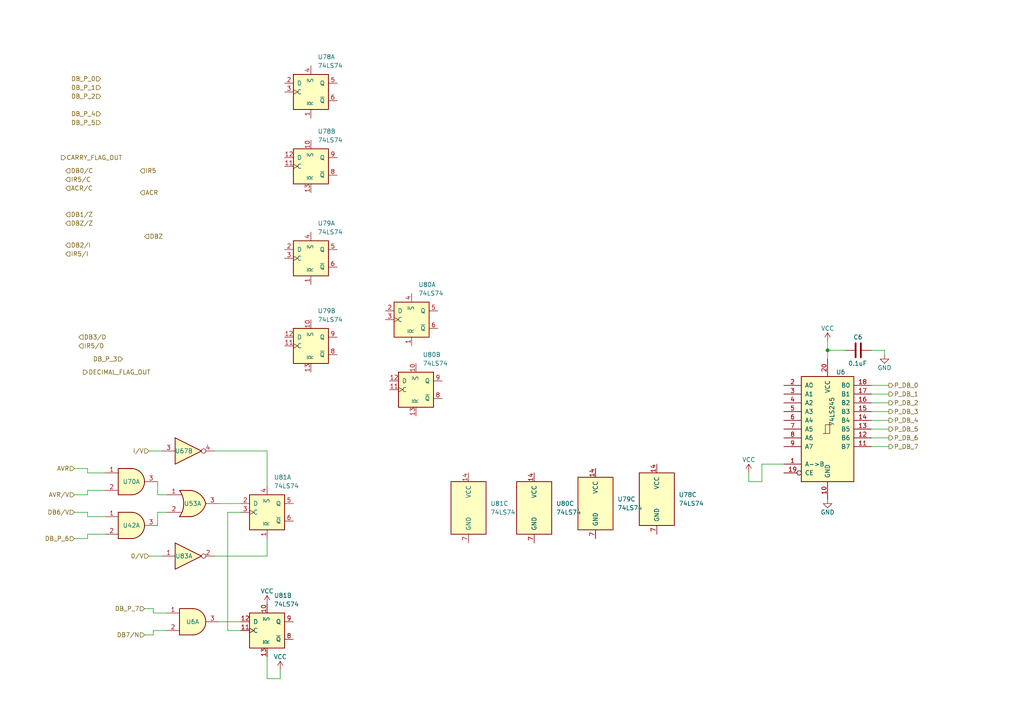
<source format=kicad_sch>
(kicad_sch (version 20230121) (generator eeschema)
  (paper "A4")
  (lib_symbols
    (symbol "74xx:74LS04"
      (property "Reference" "U" (at 0 1.27 0))
      (property "Value" "74LS04" (at 0 -1.27 0))
      (symbol "74LS04_1_0"
        (polyline (pts (xy -3.81 3.81) (xy -3.81 -3.81) (xy 3.81 0) (xy -3.81 3.81)) (stroke (width 0.254)) (fill (type background)))
        (pin input line (at -7.62 0 0) (length 3.81) (name "~") (number "1"))
        (pin output inverted (at 7.62 0 180) (length 3.81) (name "~") (number "2"))
      )
      (symbol "74LS04_2_0"
        (polyline (pts (xy -3.81 3.81) (xy -3.81 -3.81) (xy 3.81 0) (xy -3.81 3.81)) (stroke (width 0.254)) (fill (type background)))
        (pin input line (at -7.62 0 0) (length 3.81) (name "~") (number "3"))
        (pin output inverted (at 7.62 0 180) (length 3.81) (name "~") (number "4"))
      )
      (symbol "74LS04_3_0"
        (polyline (pts (xy -3.81 3.81) (xy -3.81 -3.81) (xy 3.81 0) (xy -3.81 3.81)) (stroke (width 0.254)) (fill (type background)))
        (pin input line (at -7.62 0 0) (length 3.81) (name "~") (number "5"))
        (pin output inverted (at 7.62 0 180) (length 3.81) (name "~") (number "6"))
      )
      (symbol "74LS04_4_0"
        (polyline (pts (xy -3.81 3.81) (xy -3.81 -3.81) (xy 3.81 0) (xy -3.81 3.81)) (stroke (width 0.254)) (fill (type background)))
        (pin output inverted (at 7.62 0 180) (length 3.81) (name "~") (number "8"))
        (pin input line (at -7.62 0 0) (length 3.81) (name "~") (number "9"))
      )
      (symbol "74LS04_5_0"
        (polyline (pts (xy -3.81 3.81) (xy -3.81 -3.81) (xy 3.81 0) (xy -3.81 3.81)) (stroke (width 0.254)) (fill (type background)))
        (pin output inverted (at 7.62 0 180) (length 3.81) (name "~") (number "10"))
        (pin input line (at -7.62 0 0) (length 3.81) (name "~") (number "11"))
      )
      (symbol "74LS04_6_0"
        (polyline (pts (xy -3.81 3.81) (xy -3.81 -3.81) (xy 3.81 0) (xy -3.81 3.81)) (stroke (width 0.254)) (fill (type background)))
        (pin output inverted (at 7.62 0 180) (length 3.81) (name "~") (number "12"))
        (pin input line (at -7.62 0 0) (length 3.81) (name "~") (number "13"))
      )
      (symbol "74LS04_7_0"
        (pin power_in line (at 0 12.7 270) (length 5.08) (name "VCC") (number "14"))
        (pin power_in line (at 0 -12.7 90) (length 5.08) (name "GND") (number "7"))
      )
      (symbol "74LS04_7_1"
        (rectangle (start -5.08 7.62) (end 5.08 -7.62) (stroke (width 0.254)) (fill (type background)))
      )
    )
    (symbol "74xx:74LS08" (pin_names (offset 1.016))
      (property "Reference" "U" (at 0 1.27 0))
      (property "Value" "74LS08" (at 0 -1.27 0))
      (symbol "74LS08_1_1"
        (arc (start 0 -3.81) (mid 3.7934 0) (end 0 3.81) (stroke (width 0.254)) (fill (type background)))
        (polyline (pts (xy 0 3.81) (xy -3.81 3.81) (xy -3.81 -3.81) (xy 0 -3.81)) (stroke (width 0.254)) (fill (type background)))
        (pin input line (at -7.62 2.54 0) (length 3.81) (name "~") (number "1"))
        (pin input line (at -7.62 -2.54 0) (length 3.81) (name "~") (number "2"))
        (pin output line (at 7.62 0 180) (length 3.81) (name "~") (number "3"))
      )
      (symbol "74LS08_1_2"
        (arc (start -3.81 -3.81) (mid -2.589 0) (end -3.81 3.81) (stroke (width 0.254)))
        (arc (start -0.6096 -3.81) (mid 2.1842 -2.5851) (end 3.81 0) (stroke (width 0.254)) (fill (type background)))
        (polyline (pts (xy -3.81 -3.81) (xy -0.635 -3.81)) (stroke (width 0.254)) (fill (type background)))
        (polyline (pts (xy -3.81 3.81) (xy -0.635 3.81)) (stroke (width 0.254)) (fill (type background)))
        (polyline (pts (xy -0.635 3.81) (xy -3.81 3.81) (xy -3.81 3.81) (xy -3.556 3.4036) (xy -3.0226 2.2606) (xy -2.6924 1.0414) (xy -2.6162 -0.254) (xy -2.7686 -1.4986) (xy -3.175 -2.7178) (xy -3.81 -3.81) (xy -3.81 -3.81) (xy -0.635 -3.81)) (stroke (width -25.4)) (fill (type background)))
        (arc (start 3.81 0) (mid 2.1915 2.5936) (end -0.6096 3.81) (stroke (width 0.254)) (fill (type background)))
        (pin input inverted (at -7.62 2.54 0) (length 4.318) (name "~") (number "1"))
        (pin input inverted (at -7.62 -2.54 0) (length 4.318) (name "~") (number "2"))
        (pin output inverted (at 7.62 0 180) (length 3.81) (name "~") (number "3"))
      )
      (symbol "74LS08_2_1"
        (arc (start 0 -3.81) (mid 3.7934 0) (end 0 3.81) (stroke (width 0.254)) (fill (type background)))
        (polyline (pts (xy 0 3.81) (xy -3.81 3.81) (xy -3.81 -3.81) (xy 0 -3.81)) (stroke (width 0.254)) (fill (type background)))
        (pin input line (at -7.62 2.54 0) (length 3.81) (name "~") (number "4"))
        (pin input line (at -7.62 -2.54 0) (length 3.81) (name "~") (number "5"))
        (pin output line (at 7.62 0 180) (length 3.81) (name "~") (number "6"))
      )
      (symbol "74LS08_2_2"
        (arc (start -3.81 -3.81) (mid -2.589 0) (end -3.81 3.81) (stroke (width 0.254)))
        (arc (start -0.6096 -3.81) (mid 2.1842 -2.5851) (end 3.81 0) (stroke (width 0.254)) (fill (type background)))
        (polyline (pts (xy -3.81 -3.81) (xy -0.635 -3.81)) (stroke (width 0.254)) (fill (type background)))
        (polyline (pts (xy -3.81 3.81) (xy -0.635 3.81)) (stroke (width 0.254)) (fill (type background)))
        (polyline (pts (xy -0.635 3.81) (xy -3.81 3.81) (xy -3.81 3.81) (xy -3.556 3.4036) (xy -3.0226 2.2606) (xy -2.6924 1.0414) (xy -2.6162 -0.254) (xy -2.7686 -1.4986) (xy -3.175 -2.7178) (xy -3.81 -3.81) (xy -3.81 -3.81) (xy -0.635 -3.81)) (stroke (width -25.4)) (fill (type background)))
        (arc (start 3.81 0) (mid 2.1915 2.5936) (end -0.6096 3.81) (stroke (width 0.254)) (fill (type background)))
        (pin input inverted (at -7.62 2.54 0) (length 4.318) (name "~") (number "4"))
        (pin input inverted (at -7.62 -2.54 0) (length 4.318) (name "~") (number "5"))
        (pin output inverted (at 7.62 0 180) (length 3.81) (name "~") (number "6"))
      )
      (symbol "74LS08_3_1"
        (arc (start 0 -3.81) (mid 3.7934 0) (end 0 3.81) (stroke (width 0.254)) (fill (type background)))
        (polyline (pts (xy 0 3.81) (xy -3.81 3.81) (xy -3.81 -3.81) (xy 0 -3.81)) (stroke (width 0.254)) (fill (type background)))
        (pin input line (at -7.62 -2.54 0) (length 3.81) (name "~") (number "10"))
        (pin output line (at 7.62 0 180) (length 3.81) (name "~") (number "8"))
        (pin input line (at -7.62 2.54 0) (length 3.81) (name "~") (number "9"))
      )
      (symbol "74LS08_3_2"
        (arc (start -3.81 -3.81) (mid -2.589 0) (end -3.81 3.81) (stroke (width 0.254)))
        (arc (start -0.6096 -3.81) (mid 2.1842 -2.5851) (end 3.81 0) (stroke (width 0.254)) (fill (type background)))
        (polyline (pts (xy -3.81 -3.81) (xy -0.635 -3.81)) (stroke (width 0.254)) (fill (type background)))
        (polyline (pts (xy -3.81 3.81) (xy -0.635 3.81)) (stroke (width 0.254)) (fill (type background)))
        (polyline (pts (xy -0.635 3.81) (xy -3.81 3.81) (xy -3.81 3.81) (xy -3.556 3.4036) (xy -3.0226 2.2606) (xy -2.6924 1.0414) (xy -2.6162 -0.254) (xy -2.7686 -1.4986) (xy -3.175 -2.7178) (xy -3.81 -3.81) (xy -3.81 -3.81) (xy -0.635 -3.81)) (stroke (width -25.4)) (fill (type background)))
        (arc (start 3.81 0) (mid 2.1915 2.5936) (end -0.6096 3.81) (stroke (width 0.254)) (fill (type background)))
        (pin input inverted (at -7.62 -2.54 0) (length 4.318) (name "~") (number "10"))
        (pin output inverted (at 7.62 0 180) (length 3.81) (name "~") (number "8"))
        (pin input inverted (at -7.62 2.54 0) (length 4.318) (name "~") (number "9"))
      )
      (symbol "74LS08_4_1"
        (arc (start 0 -3.81) (mid 3.7934 0) (end 0 3.81) (stroke (width 0.254)) (fill (type background)))
        (polyline (pts (xy 0 3.81) (xy -3.81 3.81) (xy -3.81 -3.81) (xy 0 -3.81)) (stroke (width 0.254)) (fill (type background)))
        (pin output line (at 7.62 0 180) (length 3.81) (name "~") (number "11"))
        (pin input line (at -7.62 2.54 0) (length 3.81) (name "~") (number "12"))
        (pin input line (at -7.62 -2.54 0) (length 3.81) (name "~") (number "13"))
      )
      (symbol "74LS08_4_2"
        (arc (start -3.81 -3.81) (mid -2.589 0) (end -3.81 3.81) (stroke (width 0.254)))
        (arc (start -0.6096 -3.81) (mid 2.1842 -2.5851) (end 3.81 0) (stroke (width 0.254)) (fill (type background)))
        (polyline (pts (xy -3.81 -3.81) (xy -0.635 -3.81)) (stroke (width 0.254)) (fill (type background)))
        (polyline (pts (xy -3.81 3.81) (xy -0.635 3.81)) (stroke (width 0.254)) (fill (type background)))
        (polyline (pts (xy -0.635 3.81) (xy -3.81 3.81) (xy -3.81 3.81) (xy -3.556 3.4036) (xy -3.0226 2.2606) (xy -2.6924 1.0414) (xy -2.6162 -0.254) (xy -2.7686 -1.4986) (xy -3.175 -2.7178) (xy -3.81 -3.81) (xy -3.81 -3.81) (xy -0.635 -3.81)) (stroke (width -25.4)) (fill (type background)))
        (arc (start 3.81 0) (mid 2.1915 2.5936) (end -0.6096 3.81) (stroke (width 0.254)) (fill (type background)))
        (pin output inverted (at 7.62 0 180) (length 3.81) (name "~") (number "11"))
        (pin input inverted (at -7.62 2.54 0) (length 4.318) (name "~") (number "12"))
        (pin input inverted (at -7.62 -2.54 0) (length 4.318) (name "~") (number "13"))
      )
      (symbol "74LS08_5_0"
        (pin power_in line (at 0 12.7 270) (length 5.08) (name "VCC") (number "14"))
        (pin power_in line (at 0 -12.7 90) (length 5.08) (name "GND") (number "7"))
      )
      (symbol "74LS08_5_1"
        (rectangle (start -5.08 7.62) (end 5.08 -7.62) (stroke (width 0.254)) (fill (type background)))
      )
    )
    (symbol "74xx:74LS245" (pin_names (offset 1.016))
      (property "Reference" "U" (at -7.62 16.51 0))
      (property "Value" "74LS245" (at -7.62 -16.51 0))
      (symbol "74LS245_1_0"
        (polyline (pts (xy -0.635 -1.27) (xy -0.635 1.27) (xy 0.635 1.27)))
        (polyline (pts (xy -1.27 -1.27) (xy 0.635 -1.27) (xy 0.635 1.27) (xy 1.27 1.27)))
        (pin input line (at -12.7 -10.16 0) (length 5.08) (name "A->B") (number "1"))
        (pin power_in line (at 0 -20.32 90) (length 5.08) (name "GND") (number "10"))
        (pin tri_state line (at 12.7 -5.08 180) (length 5.08) (name "B7") (number "11"))
        (pin tri_state line (at 12.7 -2.54 180) (length 5.08) (name "B6") (number "12"))
        (pin tri_state line (at 12.7 0 180) (length 5.08) (name "B5") (number "13"))
        (pin tri_state line (at 12.7 2.54 180) (length 5.08) (name "B4") (number "14"))
        (pin tri_state line (at 12.7 5.08 180) (length 5.08) (name "B3") (number "15"))
        (pin tri_state line (at 12.7 7.62 180) (length 5.08) (name "B2") (number "16"))
        (pin tri_state line (at 12.7 10.16 180) (length 5.08) (name "B1") (number "17"))
        (pin tri_state line (at 12.7 12.7 180) (length 5.08) (name "B0") (number "18"))
        (pin input inverted (at -12.7 -12.7 0) (length 5.08) (name "CE") (number "19"))
        (pin tri_state line (at -12.7 12.7 0) (length 5.08) (name "A0") (number "2"))
        (pin power_in line (at 0 20.32 270) (length 5.08) (name "VCC") (number "20"))
        (pin tri_state line (at -12.7 10.16 0) (length 5.08) (name "A1") (number "3"))
        (pin tri_state line (at -12.7 7.62 0) (length 5.08) (name "A2") (number "4"))
        (pin tri_state line (at -12.7 5.08 0) (length 5.08) (name "A3") (number "5"))
        (pin tri_state line (at -12.7 2.54 0) (length 5.08) (name "A4") (number "6"))
        (pin tri_state line (at -12.7 0 0) (length 5.08) (name "A5") (number "7"))
        (pin tri_state line (at -12.7 -2.54 0) (length 5.08) (name "A6") (number "8"))
        (pin tri_state line (at -12.7 -5.08 0) (length 5.08) (name "A7") (number "9"))
      )
      (symbol "74LS245_1_1"
        (rectangle (start -7.62 15.24) (end 7.62 -15.24) (stroke (width 0.254)) (fill (type background)))
      )
    )
    (symbol "74xx:74LS32" (pin_names (offset 1.016))
      (property "Reference" "U" (at 0 1.27 0))
      (property "Value" "74LS32" (at 0 -1.27 0))
      (symbol "74LS32_1_1"
        (arc (start -3.81 -3.81) (mid -2.589 0) (end -3.81 3.81) (stroke (width 0.254)))
        (arc (start -0.6096 -3.81) (mid 2.1842 -2.5851) (end 3.81 0) (stroke (width 0.254)) (fill (type background)))
        (polyline (pts (xy -3.81 -3.81) (xy -0.635 -3.81)) (stroke (width 0.254)) (fill (type background)))
        (polyline (pts (xy -3.81 3.81) (xy -0.635 3.81)) (stroke (width 0.254)) (fill (type background)))
        (polyline (pts (xy -0.635 3.81) (xy -3.81 3.81) (xy -3.81 3.81) (xy -3.556 3.4036) (xy -3.0226 2.2606) (xy -2.6924 1.0414) (xy -2.6162 -0.254) (xy -2.7686 -1.4986) (xy -3.175 -2.7178) (xy -3.81 -3.81) (xy -3.81 -3.81) (xy -0.635 -3.81)) (stroke (width -25.4)) (fill (type background)))
        (arc (start 3.81 0) (mid 2.1915 2.5936) (end -0.6096 3.81) (stroke (width 0.254)) (fill (type background)))
        (pin input line (at -7.62 2.54 0) (length 4.318) (name "~") (number "1"))
        (pin input line (at -7.62 -2.54 0) (length 4.318) (name "~") (number "2"))
        (pin output line (at 7.62 0 180) (length 3.81) (name "~") (number "3"))
      )
      (symbol "74LS32_1_2"
        (arc (start 0 -3.81) (mid 3.7934 0) (end 0 3.81) (stroke (width 0.254)) (fill (type background)))
        (polyline (pts (xy 0 3.81) (xy -3.81 3.81) (xy -3.81 -3.81) (xy 0 -3.81)) (stroke (width 0.254)) (fill (type background)))
        (pin input inverted (at -7.62 2.54 0) (length 3.81) (name "~") (number "1"))
        (pin input inverted (at -7.62 -2.54 0) (length 3.81) (name "~") (number "2"))
        (pin output inverted (at 7.62 0 180) (length 3.81) (name "~") (number "3"))
      )
      (symbol "74LS32_2_1"
        (arc (start -3.81 -3.81) (mid -2.589 0) (end -3.81 3.81) (stroke (width 0.254)))
        (arc (start -0.6096 -3.81) (mid 2.1842 -2.5851) (end 3.81 0) (stroke (width 0.254)) (fill (type background)))
        (polyline (pts (xy -3.81 -3.81) (xy -0.635 -3.81)) (stroke (width 0.254)) (fill (type background)))
        (polyline (pts (xy -3.81 3.81) (xy -0.635 3.81)) (stroke (width 0.254)) (fill (type background)))
        (polyline (pts (xy -0.635 3.81) (xy -3.81 3.81) (xy -3.81 3.81) (xy -3.556 3.4036) (xy -3.0226 2.2606) (xy -2.6924 1.0414) (xy -2.6162 -0.254) (xy -2.7686 -1.4986) (xy -3.175 -2.7178) (xy -3.81 -3.81) (xy -3.81 -3.81) (xy -0.635 -3.81)) (stroke (width -25.4)) (fill (type background)))
        (arc (start 3.81 0) (mid 2.1915 2.5936) (end -0.6096 3.81) (stroke (width 0.254)) (fill (type background)))
        (pin input line (at -7.62 2.54 0) (length 4.318) (name "~") (number "4"))
        (pin input line (at -7.62 -2.54 0) (length 4.318) (name "~") (number "5"))
        (pin output line (at 7.62 0 180) (length 3.81) (name "~") (number "6"))
      )
      (symbol "74LS32_2_2"
        (arc (start 0 -3.81) (mid 3.7934 0) (end 0 3.81) (stroke (width 0.254)) (fill (type background)))
        (polyline (pts (xy 0 3.81) (xy -3.81 3.81) (xy -3.81 -3.81) (xy 0 -3.81)) (stroke (width 0.254)) (fill (type background)))
        (pin input inverted (at -7.62 2.54 0) (length 3.81) (name "~") (number "4"))
        (pin input inverted (at -7.62 -2.54 0) (length 3.81) (name "~") (number "5"))
        (pin output inverted (at 7.62 0 180) (length 3.81) (name "~") (number "6"))
      )
      (symbol "74LS32_3_1"
        (arc (start -3.81 -3.81) (mid -2.589 0) (end -3.81 3.81) (stroke (width 0.254)))
        (arc (start -0.6096 -3.81) (mid 2.1842 -2.5851) (end 3.81 0) (stroke (width 0.254)) (fill (type background)))
        (polyline (pts (xy -3.81 -3.81) (xy -0.635 -3.81)) (stroke (width 0.254)) (fill (type background)))
        (polyline (pts (xy -3.81 3.81) (xy -0.635 3.81)) (stroke (width 0.254)) (fill (type background)))
        (polyline (pts (xy -0.635 3.81) (xy -3.81 3.81) (xy -3.81 3.81) (xy -3.556 3.4036) (xy -3.0226 2.2606) (xy -2.6924 1.0414) (xy -2.6162 -0.254) (xy -2.7686 -1.4986) (xy -3.175 -2.7178) (xy -3.81 -3.81) (xy -3.81 -3.81) (xy -0.635 -3.81)) (stroke (width -25.4)) (fill (type background)))
        (arc (start 3.81 0) (mid 2.1915 2.5936) (end -0.6096 3.81) (stroke (width 0.254)) (fill (type background)))
        (pin input line (at -7.62 -2.54 0) (length 4.318) (name "~") (number "10"))
        (pin output line (at 7.62 0 180) (length 3.81) (name "~") (number "8"))
        (pin input line (at -7.62 2.54 0) (length 4.318) (name "~") (number "9"))
      )
      (symbol "74LS32_3_2"
        (arc (start 0 -3.81) (mid 3.7934 0) (end 0 3.81) (stroke (width 0.254)) (fill (type background)))
        (polyline (pts (xy 0 3.81) (xy -3.81 3.81) (xy -3.81 -3.81) (xy 0 -3.81)) (stroke (width 0.254)) (fill (type background)))
        (pin input inverted (at -7.62 -2.54 0) (length 3.81) (name "~") (number "10"))
        (pin output inverted (at 7.62 0 180) (length 3.81) (name "~") (number "8"))
        (pin input inverted (at -7.62 2.54 0) (length 3.81) (name "~") (number "9"))
      )
      (symbol "74LS32_4_1"
        (arc (start -3.81 -3.81) (mid -2.589 0) (end -3.81 3.81) (stroke (width 0.254)))
        (arc (start -0.6096 -3.81) (mid 2.1842 -2.5851) (end 3.81 0) (stroke (width 0.254)) (fill (type background)))
        (polyline (pts (xy -3.81 -3.81) (xy -0.635 -3.81)) (stroke (width 0.254)) (fill (type background)))
        (polyline (pts (xy -3.81 3.81) (xy -0.635 3.81)) (stroke (width 0.254)) (fill (type background)))
        (polyline (pts (xy -0.635 3.81) (xy -3.81 3.81) (xy -3.81 3.81) (xy -3.556 3.4036) (xy -3.0226 2.2606) (xy -2.6924 1.0414) (xy -2.6162 -0.254) (xy -2.7686 -1.4986) (xy -3.175 -2.7178) (xy -3.81 -3.81) (xy -3.81 -3.81) (xy -0.635 -3.81)) (stroke (width -25.4)) (fill (type background)))
        (arc (start 3.81 0) (mid 2.1915 2.5936) (end -0.6096 3.81) (stroke (width 0.254)) (fill (type background)))
        (pin output line (at 7.62 0 180) (length 3.81) (name "~") (number "11"))
        (pin input line (at -7.62 2.54 0) (length 4.318) (name "~") (number "12"))
        (pin input line (at -7.62 -2.54 0) (length 4.318) (name "~") (number "13"))
      )
      (symbol "74LS32_4_2"
        (arc (start 0 -3.81) (mid 3.7934 0) (end 0 3.81) (stroke (width 0.254)) (fill (type background)))
        (polyline (pts (xy 0 3.81) (xy -3.81 3.81) (xy -3.81 -3.81) (xy 0 -3.81)) (stroke (width 0.254)) (fill (type background)))
        (pin output inverted (at 7.62 0 180) (length 3.81) (name "~") (number "11"))
        (pin input inverted (at -7.62 2.54 0) (length 3.81) (name "~") (number "12"))
        (pin input inverted (at -7.62 -2.54 0) (length 3.81) (name "~") (number "13"))
      )
      (symbol "74LS32_5_0"
        (pin power_in line (at 0 12.7 270) (length 5.08) (name "VCC") (number "14"))
        (pin power_in line (at 0 -12.7 90) (length 5.08) (name "GND") (number "7"))
      )
      (symbol "74LS32_5_1"
        (rectangle (start -5.08 7.62) (end 5.08 -7.62) (stroke (width 0.254)) (fill (type background)))
      )
    )
    (symbol "74xx:74LS74" (pin_names (offset 1.016))
      (property "Reference" "U" (at -7.62 8.89 0))
      (property "Value" "74LS74" (at -7.62 -8.89 0))
      (symbol "74LS74_1_0"
        (pin input line (at 0 -7.62 90) (length 2.54) (name "~{R}") (number "1"))
        (pin input line (at -7.62 2.54 0) (length 2.54) (name "D") (number "2"))
        (pin input clock (at -7.62 0 0) (length 2.54) (name "C") (number "3"))
        (pin input line (at 0 7.62 270) (length 2.54) (name "~{S}") (number "4"))
        (pin output line (at 7.62 2.54 180) (length 2.54) (name "Q") (number "5"))
        (pin output line (at 7.62 -2.54 180) (length 2.54) (name "~{Q}") (number "6"))
      )
      (symbol "74LS74_1_1"
        (rectangle (start -5.08 5.08) (end 5.08 -5.08) (stroke (width 0.254)) (fill (type background)))
      )
      (symbol "74LS74_2_0"
        (pin input line (at 0 7.62 270) (length 2.54) (name "~{S}") (number "10"))
        (pin input clock (at -7.62 0 0) (length 2.54) (name "C") (number "11"))
        (pin input line (at -7.62 2.54 0) (length 2.54) (name "D") (number "12"))
        (pin input line (at 0 -7.62 90) (length 2.54) (name "~{R}") (number "13"))
        (pin output line (at 7.62 -2.54 180) (length 2.54) (name "~{Q}") (number "8"))
        (pin output line (at 7.62 2.54 180) (length 2.54) (name "Q") (number "9"))
      )
      (symbol "74LS74_2_1"
        (rectangle (start -5.08 5.08) (end 5.08 -5.08) (stroke (width 0.254)) (fill (type background)))
      )
      (symbol "74LS74_3_0"
        (pin power_in line (at 0 10.16 270) (length 2.54) (name "VCC") (number "14"))
        (pin power_in line (at 0 -10.16 90) (length 2.54) (name "GND") (number "7"))
      )
      (symbol "74LS74_3_1"
        (rectangle (start -5.08 7.62) (end 5.08 -7.62) (stroke (width 0.254)) (fill (type background)))
      )
    )
    (symbol "Device:C" (pin_numbers hide) (pin_names (offset 0.254))
      (property "Reference" "C" (at 0.635 2.54 0))
      (property "Value" "C" (at 0.635 -2.54 0))
      (symbol "C_0_1"
        (polyline (pts (xy -2.032 -0.762) (xy 2.032 -0.762)) (stroke (width 0.508)))
        (polyline (pts (xy -2.032 0.762) (xy 2.032 0.762)) (stroke (width 0.508)))
      )
      (symbol "C_1_1"
        (pin passive line (at 0 3.81 270) (length 2.794) (name "~") (number "1"))
        (pin passive line (at 0 -3.81 90) (length 2.794) (name "~") (number "2"))
      )
    )
    (symbol "power:GND" (power) (pin_names (offset 0))
      (property "Value" "GND" (at 0 -3.81 0))
      (symbol "GND_0_1"
        (polyline (pts (xy 0 0) (xy 0 -1.27) (xy 1.27 -1.27) (xy 0 -2.54) (xy -1.27 -1.27) (xy 0 -1.27)))
      )
      (symbol "GND_1_1"
        (pin power_in line (at 0 0 270) (length 0) hide (name "GND") (number "1"))
      )
    )
    (symbol "power:VCC" (power) (pin_names (offset 0))
      (property "Value" "VCC" (at 0 3.81 0))
      (symbol "VCC_0_1"
        (polyline (pts (xy -0.762 1.27) (xy 0 2.54)))
        (polyline (pts (xy 0 0) (xy 0 2.54)))
        (polyline (pts (xy 0 2.54) (xy 0.762 1.27)))
      )
      (symbol "VCC_1_1"
        (pin power_in line (at 0 0 90) (length 0) hide (name "VCC") (number "1"))
      )
    )
  )
  (junction (at 240.03 101.6))
  (wire (pts (xy 44.45 182.88) (xy 44.45 184.15)))
  (wire (pts (xy 45.72 152.4) (xy 45.72 148.59)))
  (wire (pts (xy 21.59 156.21) (xy 25.4 156.21)))
  (wire (pts (xy 25.4 149.86) (xy 25.4 148.59)))
  (wire (pts (xy 252.73 124.46) (xy 257.81 124.46)))
  (wire (pts (xy 217.17 137.16) (xy 217.17 139.7)))
  (wire (pts (xy 30.48 149.86) (xy 25.4 149.86)))
  (wire (pts (xy 25.4 148.59) (xy 21.59 148.59)))
  (wire (pts (xy 66.04 182.88) (xy 66.04 148.59)))
  (wire (pts (xy 25.4 135.89) (xy 25.4 137.16)))
  (wire (pts (xy 25.4 154.94) (xy 30.48 154.94)))
  (wire (pts (xy 252.73 119.38) (xy 257.81 119.38)))
  (wire (pts (xy 240.03 101.6) (xy 240.03 104.14)))
  (wire (pts (xy 21.59 143.51) (xy 25.4 143.51)))
  (wire (pts (xy 252.73 127) (xy 257.81 127)))
  (wire (pts (xy 45.72 148.59) (xy 48.26 148.59)))
  (wire (pts (xy 252.73 121.92) (xy 257.81 121.92)))
  (wire (pts (xy 240.03 99.06) (xy 240.03 101.6)))
  (wire (pts (xy 44.45 177.8) (xy 44.45 176.53)))
  (wire (pts (xy 252.73 129.54) (xy 257.81 129.54)))
  (wire (pts (xy 256.54 101.6) (xy 256.54 102.87)))
  (wire (pts (xy 217.17 139.7) (xy 220.98 139.7)))
  (wire (pts (xy 25.4 137.16) (xy 30.48 137.16)))
  (wire (pts (xy 66.04 148.59) (xy 69.85 148.59)))
  (wire (pts (xy 81.28 196.85) (xy 81.28 194.31)))
  (wire (pts (xy 63.5 180.34) (xy 69.85 180.34)))
  (wire (pts (xy 21.59 135.89) (xy 25.4 135.89)))
  (wire (pts (xy 43.18 130.81) (xy 46.99 130.81)))
  (wire (pts (xy 77.47 161.29) (xy 62.23 161.29)))
  (wire (pts (xy 44.45 184.15) (xy 41.91 184.15)))
  (wire (pts (xy 240.03 101.6) (xy 245.11 101.6)))
  (wire (pts (xy 48.26 182.88) (xy 44.45 182.88)))
  (wire (pts (xy 220.98 134.62) (xy 227.33 134.62)))
  (wire (pts (xy 252.73 116.84) (xy 257.81 116.84)))
  (wire (pts (xy 69.85 182.88) (xy 66.04 182.88)))
  (wire (pts (xy 77.47 196.85) (xy 81.28 196.85)))
  (wire (pts (xy 252.73 101.6) (xy 256.54 101.6)))
  (wire (pts (xy 77.47 156.21) (xy 77.47 161.29)))
  (wire (pts (xy 25.4 156.21) (xy 25.4 154.94)))
  (wire (pts (xy 45.72 143.51) (xy 48.26 143.51)))
  (wire (pts (xy 252.73 114.3) (xy 257.81 114.3)))
  (wire (pts (xy 252.73 111.76) (xy 257.81 111.76)))
  (wire (pts (xy 48.26 177.8) (xy 44.45 177.8)))
  (wire (pts (xy 25.4 142.24) (xy 30.48 142.24)))
  (wire (pts (xy 45.72 139.7) (xy 45.72 143.51)))
  (wire (pts (xy 43.18 161.29) (xy 46.99 161.29)))
  (wire (pts (xy 220.98 139.7) (xy 220.98 134.62)))
  (wire (pts (xy 77.47 190.5) (xy 77.47 196.85)))
  (wire (pts (xy 77.47 130.81) (xy 77.47 140.97)))
  (wire (pts (xy 63.5 146.05) (xy 69.85 146.05)))
  (wire (pts (xy 62.23 130.81) (xy 77.47 130.81)))
  (wire (pts (xy 44.45 176.53) (xy 41.91 176.53)))
  (wire (pts (xy 25.4 143.51) (xy 25.4 142.24)))
  (hierarchical_label "DB2{slash}I" (shape input) (at 19.05 71.12 0))
  (hierarchical_label "P_DB_3" (shape output) (at 257.81 119.38 0))
  (hierarchical_label "DBZ{slash}Z" (shape input) (at 19.05 64.77 0))
  (hierarchical_label "DB_P_1" (shape input) (at 29.21 25.4 180))
  (hierarchical_label "DB7{slash}N" (shape input) (at 41.91 184.15 180))
  (hierarchical_label "P_DB_2" (shape output) (at 257.81 116.84 0))
  (hierarchical_label "DBZ" (shape input) (at 41.91 68.58 0))
  (hierarchical_label "P_DB_7" (shape output) (at 257.81 129.54 0))
  (hierarchical_label "DB_P_6" (shape input) (at 21.59 156.21 180))
  (hierarchical_label "IR5{slash}I" (shape input) (at 19.05 73.66 0))
  (hierarchical_label "DB_P_3" (shape input) (at 35.56 104.14 180))
  (hierarchical_label "P_DB_1" (shape output) (at 257.81 114.3 0))
  (hierarchical_label "IR5{slash}C" (shape input) (at 19.05 52.07 0))
  (hierarchical_label "ACR{slash}C" (shape input) (at 19.05 54.61 0))
  (hierarchical_label "DB_P_2" (shape input) (at 29.21 27.94 180))
  (hierarchical_label "DB_P_7" (shape input) (at 41.91 176.53 180))
  (hierarchical_label "DB_P_0" (shape input) (at 29.21 22.86 180))
  (hierarchical_label "DB_P_4" (shape input) (at 29.21 33.02 180))
  (hierarchical_label "DB0{slash}C" (shape input) (at 19.05 49.53 0))
  (hierarchical_label "IR5" (shape input) (at 40.64 49.53 0))
  (hierarchical_label "P_DB_5" (shape output) (at 257.81 124.46 0))
  (hierarchical_label "AVR{slash}V" (shape input) (at 21.59 143.51 180))
  (hierarchical_label "AVR" (shape input) (at 21.59 135.89 180))
  (hierarchical_label "P_DB_0" (shape output) (at 257.81 111.76 0))
  (hierarchical_label "CARRY_FLAG_OUT" (shape output) (at 17.78 45.72 0))
  (hierarchical_label "P_DB_4" (shape output) (at 257.81 121.92 0))
  (hierarchical_label "DB_P_5" (shape input) (at 29.21 35.56 180))
  (hierarchical_label "IR5{slash}D" (shape input) (at 22.86 100.33 0))
  (hierarchical_label "DB1{slash}Z" (shape input) (at 19.05 62.23 0))
  (hierarchical_label "0{slash}V" (shape input) (at 43.18 161.29 180))
  (hierarchical_label "DB3{slash}D" (shape input) (at 22.86 97.79 0))
  (hierarchical_label "DECIMAL_FLAG_OUT" (shape output) (at 24.13 107.95 0))
  (hierarchical_label "DB6{slash}V" (shape input) (at 21.59 148.59 180))
  (hierarchical_label "P_DB_6" (shape output) (at 257.81 127 0))
  (hierarchical_label "I{slash}V" (shape input) (at 43.18 130.81 180))
  (hierarchical_label "ACR" (shape input) (at 40.64 55.88 0))
  (symbol (lib_id "power:VCC") (at 77.47 175.26 0) (unit 1)
    (property "Reference" "#PWR016" (effects hide))
    (property "Value" "VCC" (at 77.47 171.45 0))
    (instances (project "8bit_CPU-V0_1" (path "" (reference "#PWR016") (unit 1)) (path "" (reference "#PWR035") (unit 1)) (path "" (reference "#PWR0158") (unit 1)) (path "" (reference "#PWR091") (unit 1)) (path "" (reference "#PWR0183") (unit 1))))
  )
  (symbol (lib_id "74xx:74LS74") (at 154.94 147.32 0) (unit 3)
    (property "Reference" "U80" (at 161.29 146.05 0) (effects (justify left)))
    (property "Value" "74LS74" (at 161.29 148.59 0) (effects (justify left)))
    (property "Datasheet" "74xx/74hc_hct74.pdf" (effects hide))
  )
  (symbol (lib_id "74xx:74LS74") (at 77.47 148.59 0) (unit 1)
    (property "Reference" "U81" (at 79.4259 138.43 0) (effects (justify left)))
    (property "Value" "74LS74" (at 79.4259 140.97 0) (effects (justify left)))
    (property "Datasheet" "74xx/74hc_hct74.pdf" (effects hide))
  )
  (symbol (lib_id "74xx:74LS74") (at 90.17 26.67 0) (unit 1)
    (property "Reference" "U78" (at 92.1259 16.51 0) (effects (justify left)))
    (property "Value" "74LS74" (at 92.1259 19.05 0) (effects (justify left)))
    (property "Datasheet" "74xx/74hc_hct74.pdf" (effects hide))
  )
  (symbol (lib_id "power:GND") (at 256.54 102.87 0) (unit 1)
    (property "Reference" "#PWR017" (effects hide))
    (property "Value" "GND" (at 256.54 106.68 0))
    (instances (project "8bit_CPU-V0_1" (path "" (reference "#PWR017") (unit 1)) (path "" (reference "#PWR038") (unit 1)) (path "" (reference "#PWR0182") (unit 1))))
  )
  (symbol (lib_id "74xx:74LS74") (at 190.5 144.78 0) (unit 3)
    (property "Reference" "U78" (at 196.85 143.51 0) (effects (justify left)))
    (property "Value" "74LS74" (at 196.85 146.05 0) (effects (justify left)))
    (property "Datasheet" "74xx/74hc_hct74.pdf" (effects hide))
  )
  (symbol (lib_id "74xx:74LS08") (at 38.1 152.4 0) (unit 1)
    (property "Reference" "U42" (at 38.1 152.4 0))
    (property "Value" "74LS08" (effects hide))
    (property "Datasheet" "http://www.ti.com/lit/gpn/sn74LS08" (effects hide))
  )
  (symbol (lib_id "power:GND") (at 240.03 144.78 0) (unit 1)
    (property "Reference" "#PWR021" (effects hide))
    (property "Value" "GND" (at 240.03 148.59 0))
    (instances (project "8bit_CPU-V0_1" (path "" (reference "#PWR021") (unit 1)) (path "" (reference "#PWR034") (unit 1)) (path "" (reference "#PWR0181") (unit 1))))
  )
  (symbol (lib_id "74xx:74LS74") (at 90.17 100.33 0) (unit 2)
    (property "Reference" "U79" (at 92.1259 90.17 0) (effects (justify left)))
    (property "Value" "74LS74" (at 92.1259 92.71 0) (effects (justify left)))
    (property "Datasheet" "74xx/74hc_hct74.pdf" (effects hide))
  )
  (symbol (lib_id "74xx:74LS74") (at 90.17 74.93 0) (unit 1)
    (property "Reference" "U79" (at 92.1259 64.77 0) (effects (justify left)))
    (property "Value" "74LS74" (at 92.1259 67.31 0) (effects (justify left)))
    (property "Datasheet" "74xx/74hc_hct74.pdf" (effects hide))
  )
  (symbol (lib_id "74xx:74LS04") (at 54.61 130.81 0) (unit 2)
    (property "Reference" "U67" (at 53.34 130.81 0))
    (property "Value" "74LS04" (effects hide))
    (property "Datasheet" "http://www.ti.com/lit/gpn/sn74LS04" (effects hide))
  )
  (symbol (lib_id "74xx:74LS245") (at 240.03 124.46 0) (unit 1)
    (property "Reference" "U6" (at 243.84 107.95 0))
    (property "Value" "74LS245" (at 241.3 119.38 90))
    (property "Datasheet" "http://www.ti.com/lit/gpn/sn74LS245" (effects hide))
    (instances (project "8bit_CPU-V0_1" (path "" (reference "U6") (unit 1)) (path "" (reference "U12") (unit 1)) (path "" (reference "U82") (unit 1))))
  )
  (symbol (lib_id "power:VCC") (at 217.17 137.16 0) (unit 1)
    (property "Reference" "#PWR022" (effects hide))
    (property "Value" "VCC" (at 217.17 133.35 0))
    (instances (project "8bit_CPU-V0_1" (path "" (reference "#PWR022") (unit 1)) (path "" (reference "#PWR030") (unit 1)) (path "" (reference "#PWR0179") (unit 1))))
  )
  (symbol (lib_id "Device:C") (at 248.92 101.6 90) (unit 1)
    (property "Reference" "C6" (at 250.19 97.79 90) (effects (justify left)))
    (property "Value" "0.1uF" (at 251.46 105.41 90) (effects (justify left)))
    (instances (project "8bit_CPU-V0_1" (path "" (reference "C6") (unit 1)) (path "" (reference "C12") (unit 1)) (path "" (reference "C29") (unit 1))))
  )
  (symbol (lib_id "74xx:74LS74") (at 90.17 48.26 0) (unit 2)
    (property "Reference" "U78" (at 92.1259 38.1 0) (effects (justify left)))
    (property "Value" "74LS74" (at 92.1259 40.64 0) (effects (justify left)))
    (property "Datasheet" "74xx/74hc_hct74.pdf" (effects hide))
  )
  (symbol (lib_id "74xx:74LS74") (at 119.38 92.71 0) (unit 1)
    (property "Reference" "U80" (at 121.3359 82.55 0) (effects (justify left)))
    (property "Value" "74LS74" (at 121.3359 85.09 0) (effects (justify left)))
    (property "Datasheet" "74xx/74hc_hct74.pdf" (effects hide))
  )
  (symbol (lib_id "74xx:74LS74") (at 172.72 146.05 0) (unit 3)
    (property "Reference" "U79" (at 179.07 144.78 0) (effects (justify left)))
    (property "Value" "74LS74" (at 179.07 147.32 0) (effects (justify left)))
    (property "Datasheet" "74xx/74hc_hct74.pdf" (effects hide))
  )
  (symbol (lib_id "74xx:74LS08") (at 55.88 180.34 0) (unit 1)
    (property "Reference" "U6" (at 55.88 180.34 0))
    (property "Value" "74LS08" (effects hide))
    (property "Datasheet" "http://www.ti.com/lit/gpn/sn74LS08" (effects hide))
  )
  (symbol (lib_id "74xx:74LS74") (at 120.65 113.03 0) (unit 2)
    (property "Reference" "U80" (at 122.6059 102.87 0) (effects (justify left)))
    (property "Value" "74LS74" (at 122.6059 105.41 0) (effects (justify left)))
    (property "Datasheet" "74xx/74hc_hct74.pdf" (effects hide))
  )
  (symbol (lib_id "74xx:74LS04") (at 54.61 161.29 0) (unit 1)
    (property "Reference" "U83" (at 53.34 161.29 0))
    (property "Value" "74LS04" (effects hide))
    (property "Datasheet" "http://www.ti.com/lit/gpn/sn74LS04" (effects hide))
  )
  (symbol (lib_id "74xx:74LS08") (at 38.1 139.7 0) (unit 1)
    (property "Reference" "U70" (at 38.1 139.7 0))
    (property "Value" "74LS08" (effects hide))
    (property "Datasheet" "http://www.ti.com/lit/gpn/sn74LS08" (effects hide))
  )
  (symbol (lib_id "74xx:74LS32") (at 55.88 146.05 0) (unit 1)
    (property "Reference" "U53" (at 55.88 146.05 0))
    (property "Value" "74LS32" (effects hide))
    (property "Datasheet" "http://www.ti.com/lit/gpn/sn74LS32" (effects hide))
  )
  (symbol (lib_id "power:VCC") (at 240.03 99.06 0) (unit 1)
    (property "Reference" "#PWR016" (effects hide))
    (property "Value" "VCC" (at 240.03 95.25 0))
    (instances (project "8bit_CPU-V0_1" (path "" (reference "#PWR016") (unit 1)) (path "" (reference "#PWR035") (unit 1)) (path "" (reference "#PWR0180") (unit 1))))
  )
  (symbol (lib_id "power:VCC") (at 81.28 194.31 0) (unit 1)
    (property "Reference" "#PWR016" (effects hide))
    (property "Value" "VCC" (at 81.28 190.5 0))
    (instances (project "8bit_CPU-V0_1" (path "" (reference "#PWR016") (unit 1)) (path "" (reference "#PWR035") (unit 1)) (path "" (reference "#PWR0158") (unit 1)) (path "" (reference "#PWR091") (unit 1)) (path "" (reference "#PWR0184") (unit 1))))
  )
  (symbol (lib_id "74xx:74LS74") (at 135.89 147.32 0) (unit 3)
    (property "Reference" "U81" (at 142.24 146.05 0) (effects (justify left)))
    (property "Value" "74LS74" (at 142.24 148.59 0) (effects (justify left)))
    (property "Datasheet" "74xx/74hc_hct74.pdf" (effects hide))
  )
  (symbol (lib_id "74xx:74LS74") (at 77.47 182.88 0) (unit 2)
    (property "Reference" "U81" (at 79.4259 172.72 0) (effects (justify left)))
    (property "Value" "74LS74" (at 79.4259 175.26 0) (effects (justify left)))
    (property "Datasheet" "74xx/74hc_hct74.pdf" (effects hide))
  )
)
</source>
